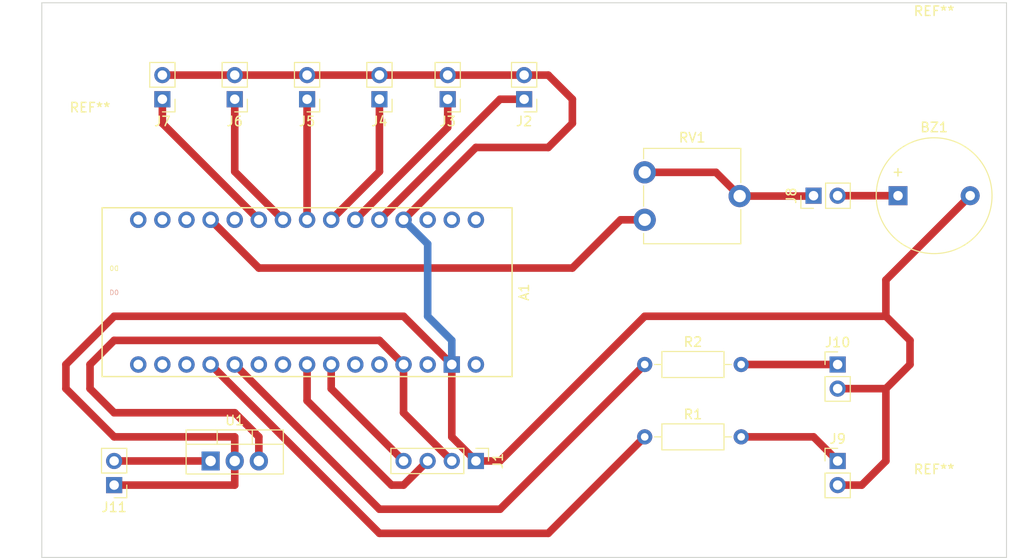
<source format=kicad_pcb>
(kicad_pcb (version 20221018) (generator pcbnew)
  (layers (0 "F.Cu" signal) (1 "In1.Cu" signal) (2 "In2.Cu" signal) (31 "B.Cu" signal) (34 "B.Paste" user) (35 "F.Paste" user) (36 "B.SilkS" user "B.Silkscreen") (37 "F.SilkS" user "F.Silkscreen") (38 "B.Mask" user) (39 "F.Mask" user) (44 "Edge.Cuts" user))
  (net 0 "")
  (net 17 "+5V")
  (net 18 "A0-LED_LEFT")
  (net 19 "A1-LED_RIGHT")
  (net 20 "SDA")
  (net 21 "SCL")
  (net 22 "D2-B_LEFT")
  (net 23 "D3-B_RIGHT")
  (net 24 "D4-B_S_S")
  (net 25 "D5-B_OK")
  (net 26 "D6-B_sRESET")
  (net 27 "D7-B_")
  (net 28 "D9-BUZZ")
  (net 29 "GND")
  (net 30 "Net-(BZ1--)")
  (net 31 "Net-(J8-Pin_1)")
  (net 32 "Net-(J9-Pin_1)")
  (net 33 "Net-(J10-Pin_1)")
  (net 34 "/V_BAT")
  (footprint "Resistor_THT:R_Axial_DIN0207_L6.3mm_D2.5mm_P10.16mm_Horizontal" (layer "F.Cu") (at 167.64 109.22)
    (fp_text reference "R2" (at 5.08 -2.37) (layer "F.SilkS"))
    (fp_text value "1k")
    (fp_line (start 1.04 0) (end 1.81 0) (stroke (width 0.12)) (layer "F.SilkS"))
    (fp_line (start 1.81 -1.37) (end 1.81 1.37) (stroke (width 0.12)) (layer "F.SilkS"))
    (fp_line (start 1.81 1.37) (end 8.35 1.37) (stroke (width 0.12)) (layer "F.SilkS"))
    (fp_line (start 8.35 -1.37) (end 1.81 -1.37) (stroke (width 0.12)) (layer "F.SilkS"))
    (fp_line (start 8.35 1.37) (end 8.35 -1.37) (stroke (width 0.12)) (layer "F.SilkS"))
    (fp_line (start 9.12 0) (end 8.35 0) (stroke (width 0.12)) (layer "F.SilkS"))
    (pad "1" thru_hole circle (at 0 0) (size 1.6 1.6) (drill 0.8) (layers "*.Cu" "*.Mask") (net 19 "A1-LED_RIGHT"))
    (pad "2" thru_hole oval (at 10.16 0) (size 1.6 1.6) (drill 0.8) (layers "*.Cu" "*.Mask") (net 33 "Net-(J10-Pin_1)"))
  )
  (footprint "MountingHole:MountingHole_3.2mm_M3" (layer "F.Cu") (at 109.22 86.36)
    (fp_text reference "REF**" (at 0 -4.2) (layer "F.SilkS"))
    (fp_text value "MountingHole_3.2mm_M3")
    (pad "" np_thru_hole circle (at 0 0) (size 3.2 3.2) (drill 3.2) (layers "*.Mask" "F.Cu" "In1.Cu" "In2.Cu" "B.Cu"))
  )
  (footprint "Connector_PinHeader_2.54mm:PinHeader_1x04_P2.54mm_Vertical" (layer "F.Cu") (at 149.86 119.38 -90)
    (fp_text reference "J1" (at 0 -2.33 90) (layer "F.SilkS"))
    (fp_text value "Conn_01x04_MountingPin")
    (fp_line (start -1.33 -1.33) (end 0 -1.33) (stroke (width 0.12)) (layer "F.SilkS"))
    (fp_line (start -1.33 0) (end -1.33 -1.33) (stroke (width 0.12)) (layer "F.SilkS"))
    (fp_line (start -1.33 1.27) (end -1.33 8.95) (stroke (width 0.12)) (layer "F.SilkS"))
    (fp_line (start -1.33 1.27) (end 1.33 1.27) (stroke (width 0.12)) (layer "F.SilkS"))
    (fp_line (start -1.33 8.95) (end 1.33 8.95) (stroke (width 0.12)) (layer "F.SilkS"))
    (fp_line (start 1.33 1.27) (end 1.33 8.95) (stroke (width 0.12)) (layer "F.SilkS"))
    (pad "1" thru_hole rect (at 0 0 270) (size 1.7 1.7) (drill 1) (layers "*.Cu" "*.Mask") (net 29 "GND"))
    (pad "2" thru_hole oval (at 0 2.54 270) (size 1.7 1.7) (drill 1) (layers "*.Cu" "*.Mask") (net 17 "+5V"))
    (pad "3" thru_hole oval (at 0 5.08 270) (size 1.7 1.7) (drill 1) (layers "*.Cu" "*.Mask") (net 20 "SDA"))
    (pad "4" thru_hole oval (at 0 7.62 270) (size 1.7 1.7) (drill 1) (layers "*.Cu" "*.Mask") (net 21 "SCL"))
  )
  (footprint "Connector_PinHeader_2.54mm:PinHeader_1x02_P2.54mm_Vertical" (layer "F.Cu") (at 154.94 81.28 180)
    (fp_text reference "J2" (at 0 -2.33) (layer "F.SilkS"))
    (fp_text value "BUTTON LEFT")
    (fp_line (start -1.33 -1.33) (end 0 -1.33) (stroke (width 0.12)) (layer "F.SilkS"))
    (fp_line (start -1.33 0) (end -1.33 -1.33) (stroke (width 0.12)) (layer "F.SilkS"))
    (fp_line (start -1.33 1.27) (end -1.33 3.87) (stroke (width 0.12)) (layer "F.SilkS"))
    (fp_line (start -1.33 1.27) (end 1.33 1.27) (stroke (width 0.12)) (layer "F.SilkS"))
    (fp_line (start -1.33 3.87) (end 1.33 3.87) (stroke (width 0.12)) (layer "F.SilkS"))
    (fp_line (start 1.33 1.27) (end 1.33 3.87) (stroke (width 0.12)) (layer "F.SilkS"))
    (pad "1" thru_hole rect (at 0 0 180) (size 1.7 1.7) (drill 1) (layers "*.Cu" "*.Mask") (net 22 "D2-B_LEFT"))
    (pad "2" thru_hole oval (at 0 2.54 180) (size 1.7 1.7) (drill 1) (layers "*.Cu" "*.Mask") (net 29 "GND"))
  )
  (footprint "Potentiometer_THT:Potentiometer_ACP_CA9-V10_Vertical" (layer "F.Cu") (at 167.64 93.98)
    (fp_text reference "RV1" (at 5 -8.65) (layer "F.SilkS"))
    (fp_text value "R_Potentiometer")
    (fp_line (start -0.12 -7.521) (end -0.12 -6.426) (stroke (width 0.12)) (layer "F.SilkS"))
    (fp_line (start -0.12 -7.521) (end 10.12 -7.521) (stroke (width 0.12)) (layer "F.SilkS"))
    (fp_line (start -0.12 -3.574) (end -0.12 -1.425) (stroke (width 0.12)) (layer "F.SilkS"))
    (fp_line (start -0.12 1.425) (end -0.12 2.52) (stroke (width 0.12)) (layer "F.SilkS"))
    (fp_line (start -0.12 2.52) (end 10.12 2.52) (stroke (width 0.12)) (layer "F.SilkS"))
    (fp_line (start 10.12 -7.521) (end 10.12 -3.925) (stroke (width 0.12)) (layer "F.SilkS"))
    (fp_line (start 10.12 -1.075) (end 10.12 2.52) (stroke (width 0.12)) (layer "F.SilkS"))
    (pad "1" thru_hole circle (at 0 0) (size 2.34 2.34) (drill 1.3) (layers "*.Cu" "*.Mask") (net 28 "D9-BUZZ"))
    (pad "2" thru_hole circle (at 10 -2.5) (size 2.34 2.34) (drill 1.3) (layers "*.Cu" "*.Mask") (net 31 "Net-(J8-Pin_1)"))
    (pad "3" thru_hole circle (at 0 -5) (size 2.34 2.34) (drill 1.3) (layers "*.Cu" "*.Mask") (net 31 "Net-(J8-Pin_1)"))
  )
  (footprint "Connector_PinHeader_2.54mm:PinHeader_1x02_P2.54mm_Vertical" (layer "F.Cu") (at 187.96 119.38)
    (fp_text reference "J9" (at 0 -2.33) (layer "F.SilkS"))
    (fp_text value "LED LEFT")
    (fp_line (start -1.33 -1.33) (end 0 -1.33) (stroke (width 0.12)) (layer "F.SilkS"))
    (fp_line (start -1.33 0) (end -1.33 -1.33) (stroke (width 0.12)) (layer "F.SilkS"))
    (fp_line (start -1.33 1.27) (end -1.33 3.87) (stroke (width 0.12)) (layer "F.SilkS"))
    (fp_line (start -1.33 1.27) (end 1.33 1.27) (stroke (width 0.12)) (layer "F.SilkS"))
    (fp_line (start -1.33 3.87) (end 1.33 3.87) (stroke (width 0.12)) (layer "F.SilkS"))
    (fp_line (start 1.33 1.27) (end 1.33 3.87) (stroke (width 0.12)) (layer "F.SilkS"))
    (pad "1" thru_hole rect (at 0 0) (size 1.7 1.7) (drill 1) (layers "*.Cu" "*.Mask") (net 32 "Net-(J9-Pin_1)"))
    (pad "2" thru_hole oval (at 0 2.54) (size 1.7 1.7) (drill 1) (layers "*.Cu" "*.Mask") (net 29 "GND"))
  )
  (footprint "Connector_PinHeader_2.54mm:PinHeader_1x02_P2.54mm_Vertical" (layer "F.Cu") (at 124.46 81.28 180)
    (fp_text reference "J6" (at 0 -2.33) (layer "F.SilkS"))
    (fp_text value "BUTTON SOFT RESET")
    (fp_line (start -1.33 -1.33) (end 0 -1.33) (stroke (width 0.12)) (layer "F.SilkS"))
    (fp_line (start -1.33 0) (end -1.33 -1.33) (stroke (width 0.12)) (layer "F.SilkS"))
    (fp_line (start -1.33 1.27) (end -1.33 3.87) (stroke (width 0.12)) (layer "F.SilkS"))
    (fp_line (start -1.33 1.27) (end 1.33 1.27) (stroke (width 0.12)) (layer "F.SilkS"))
    (fp_line (start -1.33 3.87) (end 1.33 3.87) (stroke (width 0.12)) (layer "F.SilkS"))
    (fp_line (start 1.33 1.27) (end 1.33 3.87) (stroke (width 0.12)) (layer "F.SilkS"))
    (pad "1" thru_hole rect (at 0 0 180) (size 1.7 1.7) (drill 1) (layers "*.Cu" "*.Mask") (net 26 "D6-B_sRESET"))
    (pad "2" thru_hole oval (at 0 2.54 180) (size 1.7 1.7) (drill 1) (layers "*.Cu" "*.Mask") (net 29 "GND"))
  )
  (footprint "Connector_PinHeader_2.54mm:PinHeader_1x02_P2.54mm_Vertical" (layer "F.Cu") (at 139.7 81.28 180)
    (fp_text reference "J4" (at 0 -2.33) (layer "F.SilkS"))
    (fp_text value "BUTTON START/STOP")
    (fp_line (start -1.33 -1.33) (end 0 -1.33) (stroke (width 0.12)) (layer "F.SilkS"))
    (fp_line (start -1.33 0) (end -1.33 -1.33) (stroke (width 0.12)) (layer "F.SilkS"))
    (fp_line (start -1.33 1.27) (end -1.33 3.87) (stroke (width 0.12)) (layer "F.SilkS"))
    (fp_line (start -1.33 1.27) (end 1.33 1.27) (stroke (width 0.12)) (layer "F.SilkS"))
    (fp_line (start -1.33 3.87) (end 1.33 3.87) (stroke (width 0.12)) (layer "F.SilkS"))
    (fp_line (start 1.33 1.27) (end 1.33 3.87) (stroke (width 0.12)) (layer "F.SilkS"))
    (pad "1" thru_hole rect (at 0 0 180) (size 1.7 1.7) (drill 1) (layers "*.Cu" "*.Mask") (net 24 "D4-B_S_S"))
    (pad "2" thru_hole oval (at 0 2.54 180) (size 1.7 1.7) (drill 1) (layers "*.Cu" "*.Mask") (net 29 "GND"))
  )
  (footprint "Buzzer_Beeper:Buzzer_12x9.5RM7.6" (layer "F.Cu") (at 194.32 91.44)
    (fp_text reference "BZ1" (at 3.8 -7.2) (layer "F.SilkS"))
    (fp_text value "Buzzer")
    (fp_text user "+" (at -0.01 -2.54) (layer "F.SilkS"))
    (fp_circle (center 3.8 0) (end 9.9 0) (stroke (width 0.12)) (fill none) (layer "F.SilkS"))
    (pad "1" thru_hole rect (at 0 0) (size 2 2) (drill 1) (layers "*.Cu" "*.Mask") (net 30 "Net-(BZ1--)"))
    (pad "2" thru_hole circle (at 7.6 0) (size 2 2) (drill 1) (layers "*.Cu" "*.Mask") (net 29 "GND"))
  )
  (footprint "Connector_PinHeader_2.54mm:PinHeader_1x02_P2.54mm_Vertical" (layer "F.Cu") (at 132.08 81.28 180)
    (fp_text reference "J5" (at 0 -2.33) (layer "F.SilkS"))
    (fp_text value "BUTTON OK")
    (fp_line (start -1.33 -1.33) (end 0 -1.33) (stroke (width 0.12)) (layer "F.SilkS"))
    (fp_line (start -1.33 0) (end -1.33 -1.33) (stroke (width 0.12)) (layer "F.SilkS"))
    (fp_line (start -1.33 1.27) (end -1.33 3.87) (stroke (width 0.12)) (layer "F.SilkS"))
    (fp_line (start -1.33 1.27) (end 1.33 1.27) (stroke (width 0.12)) (layer "F.SilkS"))
    (fp_line (start -1.33 3.87) (end 1.33 3.87) (stroke (width 0.12)) (layer "F.SilkS"))
    (fp_line (start 1.33 1.27) (end 1.33 3.87) (stroke (width 0.12)) (layer "F.SilkS"))
    (pad "1" thru_hole rect (at 0 0 180) (size 1.7 1.7) (drill 1) (layers "*.Cu" "*.Mask") (net 25 "D5-B_OK"))
    (pad "2" thru_hole oval (at 0 2.54 180) (size 1.7 1.7) (drill 1) (layers "*.Cu" "*.Mask") (net 29 "GND"))
  )
  (footprint "Connector_PinHeader_2.54mm:PinHeader_1x02_P2.54mm_Vertical" (layer "F.Cu") (at 187.96 109.22)
    (fp_text reference "J10" (at 0 -2.33) (layer "F.SilkS"))
    (fp_text value "LED RIGHT")
    (fp_line (start -1.33 -1.33) (end 0 -1.33) (stroke (width 0.12)) (layer "F.SilkS"))
    (fp_line (start -1.33 0) (end -1.33 -1.33) (stroke (width 0.12)) (layer "F.SilkS"))
    (fp_line (start -1.33 1.27) (end -1.33 3.87) (stroke (width 0.12)) (layer "F.SilkS"))
    (fp_line (start -1.33 1.27) (end 1.33 1.27) (stroke (width 0.12)) (layer "F.SilkS"))
    (fp_line (start -1.33 3.87) (end 1.33 3.87) (stroke (width 0.12)) (layer "F.SilkS"))
    (fp_line (start 1.33 1.27) (end 1.33 3.87) (stroke (width 0.12)) (layer "F.SilkS"))
    (pad "1" thru_hole rect (at 0 0) (size 1.7 1.7) (drill 1) (layers "*.Cu" "*.Mask") (net 33 "Net-(J10-Pin_1)"))
    (pad "2" thru_hole oval (at 0 2.54) (size 1.7 1.7) (drill 1) (layers "*.Cu" "*.Mask") (net 29 "GND"))
  )
  (footprint "Connector_PinHeader_2.54mm:PinHeader_1x02_P2.54mm_Vertical" (layer "F.Cu") (at 116.84 81.28 180)
    (fp_text reference "J7" (at 0 -2.33) (layer "F.SilkS"))
    (fp_text value "BUTTON")
    (fp_line (start -1.33 -1.33) (end 0 -1.33) (stroke (width 0.12)) (layer "F.SilkS"))
    (fp_line (start -1.33 0) (end -1.33 -1.33) (stroke (width 0.12)) (layer "F.SilkS"))
    (fp_line (start -1.33 1.27) (end -1.33 3.87) (stroke (width 0.12)) (layer "F.SilkS"))
    (fp_line (start -1.33 1.27) (end 1.33 1.27) (stroke (width 0.12)) (layer "F.SilkS"))
    (fp_line (start -1.33 3.87) (end 1.33 3.87) (stroke (width 0.12)) (layer "F.SilkS"))
    (fp_line (start 1.33 1.27) (end 1.33 3.87) (stroke (width 0.12)) (layer "F.SilkS"))
    (pad "1" thru_hole rect (at 0 0 180) (size 1.7 1.7) (drill 1) (layers "*.Cu" "*.Mask") (net 27 "D7-B_"))
    (pad "2" thru_hole oval (at 0 2.54 180) (size 1.7 1.7) (drill 1) (layers "*.Cu" "*.Mask") (net 29 "GND"))
  )
  (footprint "PCM_arduino-library:Arduino_Nano_Every_Socket" (layer "F.Cu") (at 110.49 101.6 -90)
    (fp_text reference "A1" (at 0 -44.45 90) (layer "F.SilkS"))
    (fp_text value "Arduino_Nano_Every_Socket")
    (fp_text user "D0" (at 0 -1.27 -180 unlocked) (layer "B.SilkS") (effects (font (size 0.5 0.5) (thickness 0.075)) (justify mirror)))
    (fp_text user "D0" (at -2.54 -1.27 -180 unlocked) (layer "F.SilkS") (effects (font (size 0.5 0.5) (thickness 0.075))))
    (fp_line (start -8.89 -43.18) (end -8.89 0) (stroke (width 0.15)) (layer "F.SilkS"))
    (fp_line (start -8.89 -43.18) (end 8.89 -43.18) (stroke (width 0.15)) (layer "F.SilkS"))
    (fp_line (start -8.89 0) (end 8.89 0) (stroke (width 0.15)) (layer "F.SilkS"))
    (fp_line (start 8.89 -43.18) (end 8.89 0) (stroke (width 0.15)) (layer "F.SilkS"))
    (pad "" np_thru_hole circle (at -7.62 -41.91 270) (size 1.8 1.8) (drill 1.8) (layers "F&B.Cu" "*.Mask"))
    (pad "" np_thru_hole circle (at -7.62 -1.27 270) (size 1.8 1.8) (drill 1.8) (layers "F&B.Cu" "*.Mask"))
    (pad "" np_thru_hole circle (at 7.62 -41.91 270) (size 1.8 1.8) (drill 1.8) (layers "F&B.Cu" "*.Mask"))
    (pad "" np_thru_hole circle (at 7.62 -1.27 270) (size 1.8 1.8) (drill 1.8) (layers "F&B.Cu" "*.Mask"))
    (pad "3V3" thru_hole circle (at 7.62 -6.35 270) (size 1.7272 1.7272) (drill 1.016) (layers "*.Cu" "*.Mask"))
    (pad "5V" thru_hole circle (at 7.62 -31.75 270) (size 1.7272 1.7272) (drill 1.016) (layers "*.Cu" "*.Mask") (net 17 "+5V"))
    (pad "A0" thru_hole circle (at 7.62 -11.43 270) (size 1.7272 1.7272) (drill 1.016) (layers "*.Cu" "*.Mask") (net 18 "A0-LED_LEFT"))
    (pad "A1" thru_hole circle (at 7.62 -13.97 270) (size 1.7272 1.7272) (drill 1.016) (layers "*.Cu" "*.Mask") (net 19 "A1-LED_RIGHT"))
    (pad "A2" thru_hole circle (at 7.62 -16.51 270) (size 1.7272 1.7272) (drill 1.016) (layers "*.Cu" "*.Mask"))
    (pad "A3" thru_hole circle (at 7.62 -19.05 270) (size 1.7272 1.7272) (drill 1.016) (layers "*.Cu" "*.Mask"))
    (pad "A4" thru_hole circle (at 7.62 -21.59 270) (size 1.7272 1.7272) (drill 1.016) (layers "*.Cu" "*.Mask") (net 20 "SDA"))
    (pad "A5" thru_hole circle (at 7.62 -24.13 270) (size 1.7272 1.7272) (drill 1.016) (layers "*.Cu" "*.Mask") (net 21 "SCL"))
    (pad "A6" thru_hole circle (at 7.62 -26.67 270) (size 1.7272 1.7272) (drill 1.016) (layers "*.Cu" "*.Mask"))
    (pad "A7" thru_hole circle (at 7.62 -29.21 270) (size 1.7272 1.7272) (drill 1.016) (layers "*.Cu" "*.Mask"))
    (pad "AREF" thru_hole circle (at 7.62 -8.89 270) (size 1.7272 1.7272) (drill 1.016) (layers "*.Cu" "*.Mask"))
    (pad "D0" thru_hole circle (at -7.62 -36.83 270) (size 1.7272 1.7272) (drill 1.016) (layers "*.Cu" "*.Mask"))
    (pad "D1" thru_hole circle (at -7.62 -39.37 270) (size 1.7272 1.7272) (drill 1.016) (layers "*.Cu" "*.Mask"))
    (pad "D2" thru_hole circle (at -7.62 -29.21 270) (size 1.7272 1.7272) (drill 1.016) (layers "*.Cu" "*.Mask") (net 22 "D2-B_LEFT"))
    (pad "D3" thru_hole circle (at -7.62 -26.67 270) (size 1.7272 1.7272) (drill 1.016) (layers "*.Cu" "*.Mask") (net 23 "D3-B_RIGHT"))
    (pad "D4" thru_hole circle (at -7.62 -24.13 270) (size 1.7272 1.7272) (drill 1.016) (layers "*.Cu" "*.Mask") (net 24 "D4-B_S_S"))
    (pad "D5" thru_hole circle (at -7.62 -21.59 270) (size 1.7272 1.7272) (drill 1.016) (layers "*.Cu" "*.Mask") (net 25 "D5-B_OK"))
    (pad "D6" thru_hole circle (at -7.62 -19.05 270) (size 1.7272 1.7272) (drill 1.016) (layers "*.Cu" "*.Mask") (net 26 "D6-B_sRESET"))
    (pad "D7" thru_hole circle (at -7.62 -16.51 270) (size 1.7272 1.7272) (drill 1.016) (layers "*.Cu" "*.Mask") (net 27 "D7-B_"))
    (pad "D8" thru_hole circle (at -7.62 -13.97 270) (size 1.7272 1.7272) (drill 1.016) (layers "*.Cu" "*.Mask"))
    (pad "D9" thru_hole circle (at -7.62 -11.43 270) (size 1.7272 1.7272) (drill 1.016) (layers "*.Cu" "*.Mask") (net 28 "D9-BUZZ"))
    (pad "D10" thru_hole circle (at -7.62 -8.89 270) (size 1.7272 1.7272) (drill 1.016) (layers "*.Cu" "*.Mask"))
    (pad "D11" thru_hole circle (at -7.62 -6.35 270) (size 1.7272 1.7272) (drill 1.016) (layers "*.Cu" "*.Mask"))
    (pad "D12" thru_hole circle (at -7.62 -3.81 270) (size 1.7272 1.7272) (drill 1.016) (layers "*.Cu" "*.Mask"))
    (pad "D13" thru_hole circle (at 7.62 -3.81 270) (size 1.7272 1.7272) (drill 1.016) (layers "*.Cu" "*.Mask"))
    (pad "GND1" thru_hole circle (at -7.62 -31.75 270) (size 1.7272 1.7272) (drill 1.016) (layers "*.Cu" "*.Mask") (net 29 "GND"))
    (pad "GND2" thru_hole rect (at 7.62 -36.83 270) (size 1.7272 1.7272) (drill 1.016) (layers "*.Cu" "*.Mask") (net 29 "GND"))
    (pad "RST1" thru_hole circle (at -7.62 -34.29 270) (size 1.7272 1.7272) (drill 1.016) (layers "*.Cu" "*.Mask"))
    (pad "RST2" thru_hole circle (at 7.62 -34.29 270) (size 1.7272 1.7272) (drill 1.016) (layers "*.Cu" "*.Mask"))
    (pad "VIN" thru_hole circle (at 7.62 -39.37 270) (size 1.7272 1.7272) (drill 1.016) (layers "*.Cu" "*.Mask"))
  )
  (footprint "Package_TO_SOT_THT:TO-220-3_Vertical" (layer "F.Cu") (at 121.92 119.38)
    (fp_text reference "U1" (at 2.54 -4.27) (layer "F.SilkS"))
    (fp_text value "LM7805_TO220")
    (fp_line (start -2.58 -3.27) (end -2.58 1.371) (stroke (width 0.12)) (layer "F.SilkS"))
    (fp_line (start -2.58 -3.27) (end 7.66 -3.27) (stroke (width 0.12)) (layer "F.SilkS"))
    (fp_line (start -2.58 -1.76) (end 7.66 -1.76) (stroke (width 0.12)) (layer "F.SilkS"))
    (fp_line (start -2.58 1.371) (end 7.66 1.371) (stroke (width 0.12)) (layer "F.SilkS"))
    (fp_line (start 0.69 -3.27) (end 0.69 -1.76) (stroke (width 0.12)) (layer "F.SilkS"))
    (fp_line (start 4.391 -3.27) (end 4.391 -1.76) (stroke (width 0.12)) (layer "F.SilkS"))
    (fp_line (start 7.66 -3.27) (end 7.66 1.371) (stroke (width 0.12)) (layer "F.SilkS"))
    (pad "1" thru_hole rect (at 0 0) (size 1.905 2) (drill 1.1) (layers "*.Cu" "*.Mask") (net 34 "/V_BAT"))
    (pad "2" thru_hole oval (at 2.54 0) (size 1.905 2) (drill 1.1) (layers "*.Cu" "*.Mask") (net 29 "GND"))
    (pad "3" thru_hole oval (at 5.08 0) (size 1.905 2) (drill 1.1) (layers "*.Cu" "*.Mask") (net 17 "+5V"))
  )
  (footprint "Connector_PinHeader_2.54mm:PinHeader_1x02_P2.54mm_Vertical" (layer "F.Cu") (at 146.89 81.28 180)
    (fp_text reference "J3" (at 0 -2.33) (layer "F.SilkS"))
    (fp_text value "BUTTON RIGHT")
    (fp_line (start -1.33 -1.33) (end 0 -1.33) (stroke (width 0.12)) (layer "F.SilkS"))
    (fp_line (start -1.33 0) (end -1.33 -1.33) (stroke (width 0.12)) (layer "F.SilkS"))
    (fp_line (start -1.33 1.27) (end -1.33 3.87) (stroke (width 0.12)) (layer "F.SilkS"))
    (fp_line (start -1.33 1.27) (end 1.33 1.27) (stroke (width 0.12)) (layer "F.SilkS"))
    (fp_line (start -1.33 3.87) (end 1.33 3.87) (stroke (width 0.12)) (layer "F.SilkS"))
    (fp_line (start 1.33 1.27) (end 1.33 3.87) (stroke (width 0.12)) (layer "F.SilkS"))
    (pad "1" thru_hole rect (at 0 0 180) (size 1.7 1.7) (drill 1) (layers "*.Cu" "*.Mask") (net 23 "D3-B_RIGHT"))
    (pad "2" thru_hole oval (at 0 2.54 180) (size 1.7 1.7) (drill 1) (layers "*.Cu" "*.Mask") (net 29 "GND"))
  )
  (footprint "Connector_PinHeader_2.54mm:PinHeader_1x02_P2.54mm_Vertical" (layer "F.Cu") (at 185.42 91.44 90)
    (fp_text reference "J8" (at 0 -2.33 90) (layer "F.SilkS"))
    (fp_text value "BUZZER_SWITCH")
    (fp_line (start -1.33 -1.33) (end 0 -1.33) (stroke (width 0.12)) (layer "F.SilkS"))
    (fp_line (start -1.33 0) (end -1.33 -1.33) (stroke (width 0.12)) (layer "F.SilkS"))
    (fp_line (start -1.33 1.27) (end -1.33 3.87) (stroke (width 0.12)) (layer "F.SilkS"))
    (fp_line (start -1.33 1.27) (end 1.33 1.27) (stroke (width 0.12)) (layer "F.SilkS"))
    (fp_line (start -1.33 3.87) (end 1.33 3.87) (stroke (width 0.12)) (layer "F.SilkS"))
    (fp_line (start 1.33 1.27) (end 1.33 3.87) (stroke (width 0.12)) (layer "F.SilkS"))
    (pad "1" thru_hole rect (at 0 0 90) (size 1.7 1.7) (drill 1) (layers "*.Cu" "*.Mask") (net 31 "Net-(J8-Pin_1)"))
    (pad "2" thru_hole oval (at 0 2.54 90) (size 1.7 1.7) (drill 1) (layers "*.Cu" "*.Mask") (net 30 "Net-(BZ1--)"))
  )
  (footprint "MountingHole:MountingHole_3.2mm_M3" (layer "F.Cu") (at 198.12 124.46)
    (fp_text reference "REF**" (at 0 -4.2) (layer "F.SilkS"))
    (fp_text value "MountingHole_3.2mm_M3")
    (pad "" np_thru_hole circle (at 0 0) (size 3.2 3.2) (drill 3.2) (layers "*.Mask" "F.Cu" "In1.Cu" "In2.Cu" "B.Cu"))
  )
  (footprint "MountingHole:MountingHole_3.2mm_M3" (layer "F.Cu") (at 198.12 76.2)
    (fp_text reference "REF**" (at 0 -4.2) (layer "F.SilkS"))
    (fp_text value "MountingHole_3.2mm_M3")
    (pad "" np_thru_hole circle (at 0 0) (size 3.2 3.2) (drill 3.2) (layers "*.Cu" "*.Mask"))
  )
  (footprint "Connector_PinHeader_2.54mm:PinHeader_1x02_P2.54mm_Vertical" (layer "F.Cu") (at 111.76 121.92 180)
    (fp_text reference "J11" (at 0 -2.33) (layer "F.SilkS"))
    (fp_text value "BATTERY")
    (fp_line (start -1.33 -1.33) (end 0 -1.33) (stroke (width 0.12)) (layer "F.SilkS"))
    (fp_line (start -1.33 0) (end -1.33 -1.33) (stroke (width 0.12)) (layer "F.SilkS"))
    (fp_line (start -1.33 1.27) (end -1.33 3.87) (stroke (width 0.12)) (layer "F.SilkS"))
    (fp_line (start -1.33 1.27) (end 1.33 1.27) (stroke (width 0.12)) (layer "F.SilkS"))
    (fp_line (start -1.33 3.87) (end 1.33 3.87) (stroke (width 0.12)) (layer "F.SilkS"))
    (fp_line (start 1.33 1.27) (end 1.33 3.87) (stroke (width 0.12)) (layer "F.SilkS"))
    (pad "1" thru_hole rect (at 0 0 180) (size 1.7 1.7) (drill 1) (layers "*.Cu" "*.Mask") (net 29 "GND"))
    (pad "2" thru_hole oval (at 0 2.54 180) (size 1.7 1.7) (drill 1) (layers "*.Cu" "*.Mask") (net 34 "/V_BAT"))
  )
  (footprint "Resistor_THT:R_Axial_DIN0207_L6.3mm_D2.5mm_P10.16mm_Horizontal" (layer "F.Cu") (at 167.64 116.84)
    (fp_text reference "R1" (at 5.08 -2.37) (layer "F.SilkS"))
    (fp_text value "1k")
    (fp_line (start 1.04 0) (end 1.81 0) (stroke (width 0.12)) (layer "F.SilkS"))
    (fp_line (start 1.81 -1.37) (end 1.81 1.37) (stroke (width 0.12)) (layer "F.SilkS"))
    (fp_line (start 1.81 1.37) (end 8.35 1.37) (stroke (width 0.12)) (layer "F.SilkS"))
    (fp_line (start 8.35 -1.37) (end 1.81 -1.37) (stroke (width 0.12)) (layer "F.SilkS"))
    (fp_line (start 8.35 1.37) (end 8.35 -1.37) (stroke (width 0.12)) (layer "F.SilkS"))
    (fp_line (start 9.12 0) (end 8.35 0) (stroke (width 0.12)) (layer "F.SilkS"))
    (pad "1" thru_hole circle (at 0 0) (size 1.6 1.6) (drill 0.8) (layers "*.Cu" "*.Mask") (net 18 "A0-LED_LEFT"))
    (pad "2" thru_hole oval (at 10.16 0) (size 1.6 1.6) (drill 0.8) (layers "*.Cu" "*.Mask") (net 32 "Net-(J9-Pin_1)"))
  )
  (gr_line (start 104.14 71.12) (end 104.14 129.54) (stroke (width 0.1)) (layer "Edge.Cuts"))
  (gr_line (start 104.14 129.54) (end 205.74 129.54) (stroke (width 0.1)) (layer "Edge.Cuts"))
  (gr_line (start 205.74 129.54) (end 205.74 71.12) (stroke (width 0.1)) (layer "Edge.Cuts"))
  (gr_line (start 205.74 71.12) (end 104.14 71.12) (stroke (width 0.1)) (layer "Edge.Cuts"))
  (segment (start 109.22 111.76) (end 109.22 109.22) (width 0.8) (layer "F.Cu") (net 17))
  (segment (start 142.24 114.3) (end 147.32 119.38) (width 0.8) (layer "F.Cu") (net 17))
  (segment (start 124.46 114.3) (end 111.76 114.3) (width 0.8) (layer "F.Cu") (net 17))
  (segment (start 111.76 106.68) (end 139.7 106.68) (width 0.8) (layer "F.Cu") (net 17))
  (segment (start 142.24 109.22) (end 142.24 114.3) (width 0.8) (layer "F.Cu") (net 17))
  (segment (start 111.76 114.3) (end 109.22 111.76) (width 0.8) (layer "F.Cu") (net 17))
  (segment (start 139.7 106.68) (end 142.24 109.22) (width 0.8) (layer "F.Cu") (net 17))
  (segment (start 127 119.38) (end 127 116.84) (width 0.8) (layer "F.Cu") (net 17))
  (segment (start 109.22 109.22) (end 111.76 106.68) (width 0.8) (layer "F.Cu") (net 17))
  (segment (start 127 116.84) (end 124.46 114.3) (width 0.8) (layer "F.Cu") (net 17))
  (segment (start 167.64 116.84) (end 157.48 127) (width 0.8) (layer "F.Cu") (net 18))
  (segment (start 157.48 127) (end 139.7 127) (width 0.8) (layer "F.Cu") (net 18))
  (segment (start 139.7 127) (end 121.92 109.22) (width 0.8) (layer "F.Cu") (net 18))
  (segment (start 139.7 124.46) (end 124.46 109.22) (width 0.8) (layer "F.Cu") (net 19))
  (segment (start 167.64 109.22) (end 152.4 124.46) (width 0.8) (layer "F.Cu") (net 19))
  (segment (start 152.4 124.46) (end 139.7 124.46) (width 0.8) (layer "F.Cu") (net 19))
  (segment (start 142.24 121.92) (end 144.78 119.38) (width 0.8) (layer "F.Cu") (net 20))
  (segment (start 140.97 121.92) (end 142.24 121.92) (width 0.8) (layer "F.Cu") (net 20))
  (segment (start 132.08 109.22) (end 132.08 113.03) (width 0.8) (layer "F.Cu") (net 20))
  (segment (start 132.08 113.03) (end 140.97 121.92) (width 0.8) (layer "F.Cu") (net 20))
  (segment (start 134.62 109.22) (end 134.62 111.76) (width 0.8) (layer "F.Cu") (net 21))
  (segment (start 134.62 111.76) (end 142.24 119.38) (width 0.8) (layer "F.Cu") (net 21))
  (segment (start 152.4 81.28) (end 139.7 93.98) (width 0.8) (layer "F.Cu") (net 22))
  (segment (start 154.94 81.28) (end 152.4 81.28) (width 0.8) (layer "F.Cu") (net 22))
  (segment (start 146.89 84.25) (end 137.16 93.98) (width 0.8) (layer "F.Cu") (net 23))
  (segment (start 146.89 81.28) (end 146.89 84.25) (width 0.8) (layer "F.Cu") (net 23))
  (segment (start 139.7 81.28) (end 139.7 88.9) (width 0.8) (layer "F.Cu") (net 24))
  (segment (start 139.7 88.9) (end 134.62 93.98) (width 0.8) (layer "F.Cu") (net 24))
  (segment (start 132.08 81.28) (end 132.08 93.98) (width 0.8) (layer "F.Cu") (net 25))
  (segment (start 124.46 88.9) (end 129.54 93.98) (width 0.8) (layer "F.Cu") (net 26))
  (segment (start 124.46 81.28) (end 124.46 88.9) (width 0.8) (layer "F.Cu") (net 26))
  (segment (start 116.84 83.82) (end 127 93.98) (width 0.8) (layer "F.Cu") (net 27))
  (segment (start 116.84 81.28) (end 116.84 83.82) (width 0.8) (layer "F.Cu") (net 27))
  (segment (start 127 99.06) (end 160.02 99.06) (width 0.8) (layer "F.Cu") (net 28))
  (segment (start 165.1 93.98) (end 167.64 93.98) (width 0.8) (layer "F.Cu") (net 28))
  (segment (start 160.02 99.06) (end 165.1 93.98) (width 0.8) (layer "F.Cu") (net 28))
  (segment (start 121.92 93.98) (end 127 99.06) (width 0.8) (layer "F.Cu") (net 28))
  (segment (start 193.04 119.38) (end 190.5 121.92) (width 0.8) (layer "F.Cu") (net 29))
  (segment (start 193.04 100.32) (end 193.04 104.14) (width 0.8) (layer "F.Cu") (net 29))
  (segment (start 154.94 78.74) (end 157.48 78.74) (width 0.8) (layer "F.Cu") (net 29))
  (segment (start 124.46 116.84) (end 111.76 116.84) (width 0.8) (layer "F.Cu") (net 29))
  (segment (start 152.4 119.38) (end 167.64 104.14) (width 0.8) (layer "F.Cu") (net 29))
  (segment (start 124.46 119.38) (end 124.46 116.84) (width 0.8) (layer "F.Cu") (net 29))
  (segment (start 106.68 111.76) (end 106.68 109.22) (width 0.8) (layer "F.Cu") (net 29))
  (segment (start 201.92 91.44) (end 193.04 100.32) (width 0.8) (layer "F.Cu") (net 29))
  (segment (start 195.58 109.22) (end 193.04 111.76) (width 0.8) (layer "F.Cu") (net 29))
  (segment (start 106.68 109.22) (end 111.76 104.14) (width 0.8) (layer "F.Cu") (net 29))
  (segment (start 124.46 78.74) (end 132.08 78.74) (width 0.8) (layer "F.Cu") (net 29))
  (segment (start 111.76 104.14) (end 142.24 104.14) (width 0.8) (layer "F.Cu") (net 29))
  (segment (start 132.08 78.74) (end 139.7 78.74) (width 0.8) (layer "F.Cu") (net 29))
  (segment (start 193.04 111.76) (end 193.04 119.38) (width 0.8) (layer "F.Cu") (net 29))
  (segment (start 146.89 78.74) (end 154.94 78.74) (width 0.8) (layer "F.Cu") (net 29))
  (segment (start 124.46 121.92) (end 124.46 119.38) (width 0.8) (layer "F.Cu") (net 29))
  (segment (start 111.76 121.92) (end 124.46 121.92) (width 0.8) (layer "F.Cu") (net 29))
  (segment (start 193.04 111.76) (end 187.96 111.76) (width 0.8) (layer "F.Cu") (net 29))
  (segment (start 195.58 106.68) (end 195.58 109.22) (width 0.8) (layer "F.Cu") (net 29))
  (segment (start 167.64 104.14) (end 193.04 104.14) (width 0.8) (layer "F.Cu") (net 29))
  (segment (start 157.48 78.74) (end 160.02 81.28) (width 0.8) (layer "F.Cu") (net 29))
  (segment (start 142.24 104.14) (end 147.32 109.22) (width 0.8) (layer "F.Cu") (net 29))
  (segment (start 147.32 116.84) (end 149.86 119.38) (width 0.8) (layer "F.Cu") (net 29))
  (segment (start 157.48 86.36) (end 149.86 86.36) (width 0.8) (layer "F.Cu") (net 29))
  (segment (start 139.7 78.74) (end 146.89 78.74) (width 0.8) (layer "F.Cu") (net 29))
  (segment (start 149.86 119.38) (end 152.4 119.38) (width 0.8) (layer "F.Cu") (net 29))
  (segment (start 147.32 109.22) (end 147.32 116.84) (width 0.8) (layer "F.Cu") (net 29))
  (segment (start 190.5 121.92) (end 187.96 121.92) (width 0.8) (layer "F.Cu") (net 29))
  (segment (start 149.86 86.36) (end 142.24 93.98) (width 0.8) (layer "F.Cu") (net 29))
  (segment (start 116.84 78.74) (end 124.46 78.74) (width 0.8) (layer "F.Cu") (net 29))
  (segment (start 111.76 116.84) (end 106.68 111.76) (width 0.8) (layer "F.Cu") (net 29))
  (segment (start 160.02 81.28) (end 160.02 83.82) (width 0.8) (layer "F.Cu") (net 29))
  (segment (start 193.04 104.14) (end 195.58 106.68) (width 0.8) (layer "F.Cu") (net 29))
  (segment (start 160.02 83.82) (end 157.48 86.36) (width 0.8) (layer "F.Cu") (net 29))
  (segment (start 142.24 93.98) (end 144.78 96.52) (width 0.8) (layer "B.Cu") (net 29))
  (segment (start 144.78 104.14) (end 147.32 106.68) (width 0.8) (layer "B.Cu") (net 29))
  (segment (start 147.32 106.68) (end 147.32 109.22) (width 0.8) (layer "B.Cu") (net 29))
  (segment (start 144.78 96.52) (end 144.78 104.14) (width 0.8) (layer "B.Cu") (net 29))
  (segment (start 187.96 91.44) (end 194.32 91.44) (width 0.8) (layer "F.Cu") (net 30))
  (segment (start 175.14 88.98) (end 177.64 91.48) (width 0.8) (layer "F.Cu") (net 31))
  (segment (start 177.64 91.48) (end 185.38 91.48) (width 0.8) (layer "F.Cu") (net 31))
  (segment (start 185.38 91.48) (end 185.42 91.44) (width 0.8) (layer "F.Cu") (net 31))
  (segment (start 167.64 88.98) (end 175.14 88.98) (width 0.8) (layer "F.Cu") (net 31))
  (segment (start 185.42 116.84) (end 187.96 119.38) (width 0.8) (layer "F.Cu") (net 32))
  (segment (start 177.8 116.84) (end 185.42 116.84) (width 0.8) (layer "F.Cu") (net 32))
  (segment (start 177.8 109.22) (end 187.96 109.22) (width 0.8) (layer "F.Cu") (net 33))
  (segment (start 111.76 119.38) (end 121.92 119.38) (width 0.8) (layer "F.Cu") (net 34))
)
</source>
